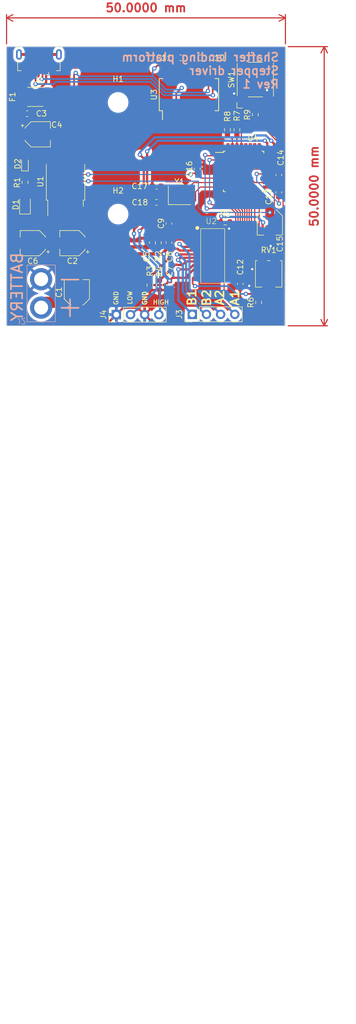
<source format=kicad_pcb>
(kicad_pcb (version 20221018) (generator pcbnew)
  (layers (0 "F.Cu" signal) (31 "B.Cu" signal) (34 "B.Paste" user) (35 "F.Paste" user) (36 "B.SilkS" user "B.Silkscreen") (37 "F.SilkS" user "F.Silkscreen") (38 "B.Mask" user) (39 "F.Mask" user) (44 "Edge.Cuts" user))
  (net 0 "")
  (net 1 "Net-(U3-3V3OUT)")
  (net 2 "Net-(U3-~{RESET})")
  (net 3 "Earth")
  (net 4 "+5V")
  (net 5 "Net-(U4-AREF)")
  (net 6 "Net-(U4-XTAL1{slash}PB6)")
  (net 7 "Net-(U4-XTAL2{slash}PB7)")
  (net 8 "Net-(U4-PD0)")
  (net 9 "Net-(U4-PD1)")
  (net 23 "RESET")
  (net 24 "+BATT")
  (net 25 "RX")
  (net 26 "TX")
  (net 30 "Low_Limit")
  (net 31 "D+")
  (net 32 "D-")
  (net 33 "High_Limit")
  (net 39 "Net-(D2-A)")
  (net 40 "Net-(D1-A)")
  (net 41 "B2")
  (net 42 "B1")
  (net 43 "A2")
  (net 44 "A1")
  (net 45 "Net-(U2-VCP)")
  (net 46 "Net-(U2-CP1)")
  (net 47 "Net-(U2-CP2)")
  (net 48 "+3.3V")
  (net 49 "Net-(J1-VBUS)")
  (net 50 "Net-(U2-ISENA)")
  (net 51 "Net-(U2-ISENB)")
  (net 52 "nHOME")
  (net 53 "nFAULT")
  (net 54 "Net-(U2-AVREF)")
  (net 55 "nRESET")
  (net 56 "nSLEEP")
  (net 57 "DECAY")
  (net 58 "DIR")
  (net 59 "nENBL")
  (net 60 "STEP")
  (net 62 "MODE0")
  (net 63 "MODE1")
  (net 64 "MODE2")
  (net 66 "unconnected-(J1-Shield-Pad6)")
  (footprint "Resistor_SMD:R_0603_1608Metric" (layer "F.Cu") (at 25.7125 42.725 -90)
    (fp_text reference "R3")
    (fp_text value "R")
  )
  (footprint "Package_SO:SSOP-28_5.3x10.2mm_P0.65mm" (layer "F.Cu") (at 32.7 8.6 90)
    (fp_text reference "U3")
    (fp_text value "FT232RL")
  )
  (footprint "Resistor_SMD:R_0603_1608Metric" (layer "F.Cu") (at 44.6 12.2 90)
    (fp_text reference "R9")
    (fp_text value "10k")
  )
  (footprint "Capacitor_SMD:C_0603_1608Metric" (layer "F.Cu") (at 26.875 27.9 180)
    (fp_text reference "C18")
    (fp_text value "22pF")
  )
  (footprint "Capacitor_SMD:C_0603_1608Metric" (layer "F.Cu") (at 41.9 42.496751 -90)
    (fp_text reference "C12")
    (fp_text value "470nF")
  )
  (footprint "Connector_PinHeader_2.54mm:PinHeader_1x04_P2.54mm_Vertical" (layer "F.Cu") (at 33.3 47.95 90)
    (fp_text reference "J3")
    (fp_text value "Conn_01x04")
  )
  (footprint "Resistor_SMD:R_0603_1608Metric" (layer "F.Cu") (at 3.3 24.3 -90)
    (fp_text reference "R1")
    (fp_text value "1k")
  )
  (footprint "Capacitor_SMD:C_0603_1608Metric" (layer "F.Cu") (at 34.2 21.9 90)
    (fp_text reference "C16")
    (fp_text value "1uF")
  )
  (footprint "Capacitor_SMD:C_0603_1608Metric" (layer "F.Cu") (at 48.8 26.1 90)
    (fp_text reference "C13")
    (fp_text value "100nF")
  )
  (footprint "Package_TO_SOT_SMD:TO-252-3_TabPin2" (layer "F.Cu") (at 10.575 24.185 90)
    (fp_text reference "U1")
    (fp_text value "LM1117DT-5.0")
  )
  (footprint "Resistor_SMD:R_0603_1608Metric" (layer "F.Cu") (at 27.4125 42.725 90)
    (fp_text reference "R4")
    (fp_text value "R")
  )
  (footprint "Capacitor_SMD:C_0603_1608Metric" (layer "F.Cu") (at 31.2 2)
    (fp_text reference "C11")
    (fp_text value "100nF")
  )
  (footprint "Capacitor_SMD:CP_Elec_4x4.5" (layer "F.Cu") (at 11.8 35.2 180)
    (fp_text reference "C2")
    (fp_text value "10uF")
  )
  (footprint "Resistor_SMD:R_0603_1608Metric" (layer "F.Cu") (at 39.2 31.4)
    (fp_text reference "R5")
    (fp_text value "10k")
  )
  (footprint "LED_SMD:LED_0805_2012Metric" (layer "F.Cu") (at 3.3 28.3 90)
    (fp_text reference "D1")
    (fp_text value "LED")
  )
  (footprint "Resistor_SMD:R_0603_1608Metric" (layer "F.Cu") (at 39.6 14.875 90)
    (fp_text reference "R8")
    (fp_text value "1k")
  )
  (footprint "Capacitor_SMD:C_0603_1608Metric" (layer "F.Cu") (at 34.7 2)
    (fp_text reference "C10")
    (fp_text value "100nF")
  )
  (footprint "Connector_PinHeader_2.54mm:PinHeader_1x04_P2.54mm_Vertical" (layer "F.Cu") (at 19.68 48 90)
    (fp_text reference "J4")
    (fp_text value "Conn_01x04")
  )
  (footprint "Capacitor_SMD:C_0603_1608Metric" (layer "F.Cu") (at 25.1125 35.1 90)
    (fp_text reference "C5")
    (fp_text value "100nF")
  )
  (footprint "Capacitor_SMD:C_0603_1608Metric" (layer "F.Cu") (at 29.1125 31.7 -90)
    (fp_text reference "C9")
    (fp_text value "10nF")
  )
  (footprint "Capacitor_SMD:CP_Elec_4x4.5" (layer "F.Cu") (at 5.6 15.7)
    (fp_text reference "C4")
    (fp_text value "4.7uF")
  )
  (footprint "Fuse:Fuse_1812_4532Metric" (layer "F.Cu") (at 5.1375 9)
    (fp_text reference "F1")
    (fp_text value "MF-MSMF050-2")
  )
  (footprint "Capacitor_SMD:C_0603_1608Metric" (layer "F.Cu") (at 29.2125 42.7 -90)
    (fp_text reference "C7")
    (fp_text value "100nF")
  )
  (footprint "Resistor_SMD:R_0603_1608Metric" (layer "F.Cu") (at 45.2 45.825 90)
    (fp_text reference "R6")
    (fp_text value "10k")
  )
  (footprint "Crystal:Crystal_SMD_3225-4Pin_3.2x2.5mm" (layer "F.Cu") (at 31 26.65)
    (fp_text reference "Y1")
    (fp_text value "16MHz")
  )
  (footprint "Button_Switch_SMD:SW_SPST_Omron_B3FS-100xP" (layer "F.Cu") (at 44.6 5.9 90)
    (fp_text reference "SW1")
    (fp_text value "SW_Push")
  )
  (footprint "MountingHole:MountingHole_3.2mm_M3" (layer "F.Cu") (at 20 10)
    (fp_text reference "H1")
    (fp_text value "MountingHole" hide)
  )
  (footprint "Capacitor_SMD:CP_Elec_4x4.5" (layer "F.Cu") (at 47.2 31.5 -90)
    (fp_text reference "C15")
    (fp_text value "4.7uF")
  )
  (footprint "MountingHole:MountingHole_3.2mm_M3" (layer "F.Cu") (at 20 30)
    (fp_text reference "H2")
    (fp_text value "MountingHole")
  )
  (footprint "Connector_USB:USB_Micro-B_GCT_USB3076-30-A" (layer "F.Cu") (at 5.8 2.6 180)
    (fp_text reference "J1")
    (fp_text value "USB_B_Micro")
  )
  (footprint "Capacitor_SMD:CP_Elec_4x4.5" (layer "F.Cu") (at 12.6 44 90)
    (fp_text reference "C1")
    (fp_text value "100uF")
  )
  (footprint "Package_QFP:TQFP-32_7x7mm_P0.8mm" (layer "F.Cu") (at 42.5 22.35)
    (fp_text reference "U4")
    (fp_text value "ATmega328P-A")
  )
  (footprint "Diode_SMD:D_SOD-523" (layer "F.Cu") (at 3.3 21 90)
    (fp_text reference "D2")
    (fp_text value "RB520SM")
  )
  (footprint "drv8825:DRV8825" (layer "F.Cu") (at 36.9 37.496751)
    (fp_text reference "U2")
    (fp_text value "DRV8825")
  )
  (footprint "Resistor_SMD:R_0603_1608Metric" (layer "F.Cu") (at 41.3 14.9 90)
    (fp_text reference "R7")
    (fp_text value "1k")
  )
  (footprint "Potentiometer_SMD:Potentiometer_Bourns_3314J_Vertical" (layer "F.Cu") (at 47 40.7)
    (fp_text reference "RV1")
    (fp_text value "10k")
  )
  (footprint "Capacitor_SMD:C_0603_1608Metric" (layer "F.Cu") (at 3.675 12)
    (fp_text reference "C3")
    (fp_text value "100nF")
  )
  (footprint "Capacitor_SMD:C_0603_1608Metric" (layer "F.Cu") (at 48.8 22.975 90)
    (fp_text reference "C14")
    (fp_text value "1uF")
  )
  (footprint "Capacitor_SMD:C_0603_1608Metric" (layer "F.Cu") (at 26.9 25 180)
    (fp_text reference "C17")
    (fp_text value "22pF")
  )
  (footprint "Resistor_SMD:R_0603_1608Metric" (layer "F.Cu") (at 27.2125 35.125 -90)
    (fp_text reference "R2")
    (fp_text value "1M")
  )
  (footprint "Capacitor_SMD:CP_Elec_4x4.5" (layer "F.Cu") (at 4.7 35.2 180)
    (fp_text reference "C6")
    (fp_text value "10uF")
  )
  (footprint "Capacitor_SMD:C_0603_1608Metric" (layer "F.Cu") (at 29.1125 35.1 -90)
    (fp_text reference "C8")
    (fp_text value "100nF")
  )
  (footprint "Battery_holes:Battery holes" (layer "B.Cu") (at 6.2 44.2)
    (fp_text reference "J2")
    (fp_text value "Conn_01x02")
  )
  (gr_rect (start 0 0) (end 50 50) (stroke (width 0.1)) (fill none) (layer "Edge.Cuts"))
  (gr_text "Shafter landing platform\nStepper driver\nRev 1" (at 49 7.6) (layer "B.SilkS") (effects (font (size 1.5 1.5) (thickness 0.3) bold) (justify left bottom mirror)))
  (gr_text "GND" (at 25.25 46.4 90) (layer "F.SilkS") (effects (font (size 0.8 0.8) (thickness 0.2) bold) (justify left bottom)))
  (gr_text "A1" (at 41.8 46.55 90) (layer "F.SilkS") (effects (font (size 1.5 1.5) (thickness 0.3) bold) (justify left bottom)))
  (gr_text "LOW" (at 22.6 46.25 90) (layer "F.SilkS") (effects (font (size 0.8 0.8) (thickness 0.15) bold) (justify left bottom)))
  (gr_text "B2" (at 36.75 46.65 90) (layer "F.SilkS") (effects (font (size 1.5 1.5) (thickness 0.3) bold) (justify left bottom)))
  (gr_text "GND" (at 20.1 46.35 90) (layer "F.SilkS") (effects (font (size 0.8 0.8) (thickness 0.15) bold) (justify left bottom)))
  (gr_text "B1" (at 34.1 46.6 90) (layer "F.SilkS") (effects (font (size 1.5 1.5) (thickness 0.3) bold) (justify left bottom)))
  (gr_text "HIGH" (at 26.15 46.25) (layer "F.SilkS") (effects (font (size 0.8 0.8) (thickness 0.15) bold) (justify left bottom)))
  (gr_text "A2" (at 39.1 46.5 90) (layer "F.SilkS") (effects (font (size 1.5 1.5) (thickness 0.3) bold) (justify left bottom)))
  (dimension (type aligned) (layer "F.Cu") (pts (xy 50 0) (xy 50 50)) (height -6.95) (gr_text "50,0000 mm" (at 55.15 25 90) (layer "F.Cu") (effects (font (size 1.5 1.5) (thickness 0.3)))) (format (prefix "") (suffix "") (units 3) (units_format 1) (precision 4)) (style (thickness 0.2) (arrow_length 1.27) (text_position_mode 0) (extension_height 0.58642) (extension_offset 0.5) keep_text_aligned))
  (dimension (type aligned) (layer "F.Cu") (pts (xy 50 0) (xy 0 0)) (height 5.149999) (gr_text "50,0000 mm" (at 25 -6.949999) (layer "F.Cu") (effects (font (size 1.5 1.5) (thickness 0.3)))) (format (prefix "") (suffix "") (units 3) (units_format 1) (precision 4)) (style (thickness 0.2) (arrow_length 1.27) (text_position_mode 0) (extension_height 0.58642) (extension_offset 0.5) keep_text_aligned))
  (segment (start 35.625 2.175) (end 35.625 5) (width 0.3) (layer "F.Cu") (net 1))
  (segment (start 32.6 2) (end 34.325 3.725) (width 0.3) (layer "F.Cu") (net 2))
  (segment (start 31.975 2) (end 32.6 2) (width 0.3) (layer "F.Cu") (net 2))
  (segment (start 34.325 3.725) (end 34.325 5) (width 0.3) (layer "F.Cu") (net 2))
  (segment (start 48.8 25.325) (end 49.575 26.1) (width 0.2) (layer "F.Cu") (net 3))
  (segment (start 37 22.5) (end 37.25 22.75) (width 0.2) (layer "F.Cu") (net 3))
  (segment (start 43.523528 49.65) (end 49.25 43.923528) (width 0.4) (layer "F.Cu") (net 3))
  (segment (start 49.575 30.925) (end 47.2 33.3) (width 0.2) (layer "F.Cu") (net 3))
  (segment (start 34.253249 43.696751) (end 29.434251 43.696751) (width 0.4) (layer "F.Cu") (net 3))
  (segment (start 48.8 22.2) (end 49.55 21.45) (width 0.2) (layer "F.Cu") (net 3))
  (segment (start 34.925 6.225) (end 34.975 6.175) (width 0.3) (layer "F.Cu") (net 3))
  (segment (start 33.675 30.325) (end 32.45 29.1) (width 0.4) (layer "F.Cu") (net 3))
  (segment (start 3.05 48) (end 4.55 49.5) (width 0.4) (layer "F.Cu") (net 3))
  (segment (start 32 27.5) (end 30.3 25.8) (width 0.2) (layer "F.Cu") (net 3))
  (segment (start 32.375 8.1) (end 33.025 7.45) (width 0.3) (layer "F.Cu") (net 3))
  (segment (start 34.975 6.175) (end 34.975 5) (width 0.3) (layer "F.Cu") (net 3))
  (segment (start 3.05 44.81) (end 3.05 48) (width 0.4) (layer "F.Cu") (net 3))
  (segment (start 34.975 5) (end 34.975 7.886161) (width 0.3) (layer "F.Cu") (net 3))
  (segment (start 33.025 6.175) (end 33.075 6.225) (width 0.3) (layer "F.Cu") (net 3))
  (segment (start 30.3 25.8) (end 29.9 25.8) (width 0.2) (layer "F.Cu") (net 3))
  (segment (start 38.25 21.15) (end 37.25 21.15) (width 0.2) (layer "F.Cu") (net 3))
  (segment (start 4.5 4.55) (end 3.45 5.6) (width 0.3) (layer "F.Cu") (net 3))
  (segment (start 30.475 6.225) (end 32.975 6.225) (width 0.3) (layer "F.Cu") (net 3))
  (segment (start 3.45 5.6) (end 2.1 5.6) (width 0.3) (layer "F.Cu") (net 3))
  (segment (start 32.1 27.5) (end 32 27.5) (width 0.2) (layer "F.Cu") (net 3))
  (segment (start 4.55 49.5) (end 18.18 49.5) (width 0.4) (layer "F.Cu") (net 3))
  (segment (start 37.25 22.75) (end 38.25 22.75) (width 0.2) (layer "F.Cu") (net 3))
  (segment (start 49.25 37.35) (end 47.6 35.7) (width 0.4) (layer "F.Cu") (net 3))
  (segment (start 47.35 35.7) (end 47.35 33.45) (width 0.4) (layer "F.Cu") (net 3))
  (segment (start 32.45 29.1) (end 27.3 29.1) (width 0.4) (layer "F.Cu") (net 3))
  (segment (start 32.375 12.2) (end 32.375 8.1) (width 0.3) (layer "F.Cu") (net 3))
  (segment (start 30.425 6.175) (end 30.475 6.225) (width 0.3) (layer "F.Cu") (net 3))
  (segment (start 49.575 26.1) (end 49.575 30.925) (width 0.2) (layer "F.Cu") (net 3))
  (segment (start 43.5 42.85) (end 42.321751 42.85) (width 0.2) (layer "F.Cu") (net 3))
  (segment (start 11.7 3.75) (end 11.15 4.3) (width 0.4) (layer "F.Cu") (net 3))
  (segment (start 38.371751 33.271751) (end 36.55 31.45) (width 0.4) (layer "F.Cu") (net 3))
  (segment (start 27.3 29.1) (end 26.1 27.9) (width 0.4) (layer "F.Cu") (net 3))
  (segment (start 29.775 6.25) (end 29.75 6.275) (width 0.4) (layer "F.Cu") (net 3))
  (segment (start 49.55 21.45) (end 49.55 11.95) (width 0.2) (layer "F.Cu") (net 3))
  (segment (start 11.15 4.3) (end 11.15 11.95) (width 0.4) (layer "F.Cu") (net 3))
  (segment (start 29.75 6.275) (end 16.375 6.275) (width 0.4) (layer "F.Cu") (net 3))
  (segment (start 36.538839 9.45) (end 39.75 9.45) (width 0.3) (layer "F.Cu") (net 3))
  (segment (start 49.55 11.95) (end 47.5 9.9) (width 0.2) (layer "F.Cu") (net 3))
  (segment (start 16.375 6.275) (end 13.85 3.75) (width 0.4) (layer "F.Cu") (net 3))
  (segment (start 42.321751 42.85) (end 41.9 43.271751) (width 0.2) (layer "F.Cu") (net 3))
  (segment (start 39.8 32.7) (end 39.9 32.6) (width 0.4) (layer "F.Cu") (net 3))
  (segment (start 49.575 24.55) (end 49.575 22.975) (width 0.2) (layer "F.Cu") (net 3))
  (segment (start 2.1 5.6) (end 1.5 6.2) (width 0.3) (layer "F.Cu") (net 3))
  (segment (start 34.975 7.886161) (end 36.538839 9.45) (width 0.3) (layer "F.Cu") (net 3))
  (segment (start 34.975 3.05) (end 33.925 2) (width 0.3) (layer "F.Cu") (net 3))
  (segment (start 37.25 21.15) (end 37 21.4) (width 0.2) (layer "F.Cu") (net 3))
  (segment (start 36.55 31.45) (end 36.55 30.75) (width 0.4) (layer "F.Cu") (net 3))
  (segment (start 29.434251 43.696751) (end 29.2125 43.475) (width 0.4) (layer "F.Cu") (net 3))
  (segment (start 11.15 11.95) (end 7.4 15.7) (width 0.4) (layer "F.Cu") (net 3))
  (segment (start 29.775 5) (end 29.775 6.25) (width 0.4) (layer "F.Cu") (net 3))
  (segment (start 20.93 46.75) (end 23.51 46.75) (width 0.4) (layer "F.Cu") (net 3))
  (segment (start 45.85 38.7) (end 45.2 38.7) (width 0.2) (layer "F.Cu") (net 3))
  (segment (start 48.8 22.2) (end 48.85 22.15) (width 0.2) (layer "F.Cu") (net 3))
  (segment (start 47.6 35.7) (end 47.35 35.7) (width 0.4) (layer "F.Cu") (net 3))
  (segment (start 24.76 48) (end 25.7125 47.0475) (width 0.4) (layer "F.Cu") (net 3))
  (segment (start 48.85 22.15) (end 48.85 3.9) (width 0.2) (layer "F.Cu") (net 3))
  (segment (start 26.41 49.65) (end 43.523528 49.65) (width 0.4) (layer "F.Cu") (net 3))
  (segment (start 46.7 9.75) (end 46.85 9.9) (width 0.3) (layer "F.Cu") (net 3))
  (segment (start 24.76 48) (end 26.41 49.65) (width 0.4) (layer "F.Cu") (net 3))
  (segment (start 13.85 3.75) (end 11.7 3.75) (width 0.4) (layer "F.Cu") (net 3))
  (segment (start 47.35 33.45) (end 47.2 33.3) (width 0.4) (layer "F.Cu") (net 3))
  (segment (start 34.6 42.121751) (end 34.6 43.35) (width 0.4) (layer "F.Cu") (net 3))
  (segment (start 34.6 43.35) (end 34.253249 43.696751) (width 0.4) (layer "F.Cu") (net 3))
  (segment (start 4.5 4.05) (end 4.5 4.55) (width 0.3) (layer "F.Cu") (net 3))
  (segment (start 45.2 38.7) (end 44.05 39.85) (width 0.2) (layer "F.Cu") (net 3))
  (segment (start 33.075 6.225) (end 34.925 6.225) (width 0.3) (layer "F.Cu") (net 3))
  (segment (start 48.85 3.9) (end 46.85 1.9) (width 0.2) (layer "F.Cu") (net 3))
  (segment (start 47.5 9.9) (end 46.85 9.9) (width 0.2) (layer "F.Cu") (net 3))
  (segment (start 18.18 49.5) (end 20.93 46.75) (width 0.4) (layer "F.Cu") (net 3))
  (segment (start 34.975 5) (end 34.975 3.05) (width 0.3) (layer "F.Cu") (net 3))
  (segment (start 39.125 21.15) (end 38.25 21.15) (width 0.2) (layer "F.Cu") (net 3))
  (segment (start 1.5 27.4375) (end 3.3 29.2375) (width 0.3) (layer "F.Cu") (net 3))
  (segment (start 39.75 9.45) (end 40.8 8.4) (width 0.3) (layer "F.Cu") (net 3))
  (segment (start 36.125 30.325) (end 33.675 30.325) (width 0.4) (layer "F.Cu") (net 3))
  (segment (start 49.25 43.923528) (end 49.25 37.35) (width 0.4) (layer "F.Cu") (net 3))
  (segment (start 46.75 21.95) (end 39.925 21.95) (width 0.2) (layer "F.Cu") (net 3))
  (segment (start 25.7125 47.0475) (end 25.7125 43.55) (width 0.4) (layer "F.Cu") (net 3))
  (segment (start 48.8 25.325) (end 49.575 24.55) (width 0.2) (layer "F.Cu") (net 3))
  (segment (start 46.7 7.8) (end 46.7 9.75) (width 0.3) (layer "F.Cu") (net 3))
  (segment (start 33.025 5) (end 33.025 6.175) (width 0.3) (layer "F.Cu") (net 3))
  (segment (start 32.975 6.225) (end 33.025 6.175) (width 0.3) (layer "F.Cu") (net 3))
  (segment (start 1.5 6.2) (end 1.5 27.4375) (width 0.3) (layer "F.Cu") (net 3))
  (segment (start 37 21.4) (end 37 22.5) (width 0.2) (layer "F.Cu") (net 3))
  (segment (start 34.2 41.721751) (end 34.6 42.121751) (width 0.4) (layer "F.Cu") (net 3))
  (segment (start 39.925 21.95) (end 39.125 21.15) (width 0.2) (layer "F.Cu") (net 3))
  (segment (start 49.575 22.975) (end 48.8 22.2) (width 0.2) (layer "F.Cu") (net 3))
  (segment (start 30.425 5) (end 30.425 6.175) (width 0.3) (layer "F.Cu") (net 3))
  (segment (start 23.51 46.75) (end 24.76 48) (width 0.4) (layer "F.Cu") (net 3))
  (segment (start 39.8 33.271751) (end 39.8 32.7) (width 0.4) (layer "F.Cu") (net 3))
  (segment (start 33.025 7.45) (end 33.025 5) (width 0.3) (layer "F.Cu") (net 3))
  (segment (start 39.8 33.271751) (end 38.371751 33.271751) (width 0.4) (layer "F.Cu") (net 3))
  (segment (start 6.2 41.66) (end 3.05 44.81) (width 0.4) (layer "F.Cu") (net 3))
  (segment (start 36.55 30.75) (end 36.125 30.325) (width 0.4) (layer "F.Cu") (net 3))
  (via (at 44.05 39.85) (size 0.8) (drill 0.4) (layers "F.Cu" "B.Cu") (net 3))
  (via (at 40.8 8.4) (size 0.8) (drill 0.4) (layers "F.Cu" "B.Cu") (net 3))
  (via (at 46.7 7.8) (size 0.8) (drill 0.4) (layers "F.Cu" "B.Cu") (net 3))
  (via (at 39.9 32.6) (size 0.8) (drill 0.4) (layers "F.Cu" "B.Cu") (net 3))
  (via (at 47.35 35.7) (size 0.8) (drill 0.4) (layers "F.Cu" "B.Cu") (net 3))
  (via (at 43.5 42.85) (size 0.8) (drill 0.4) (layers "F.Cu" "B.Cu") (net 3))
  (segment (start 44.25 32.6) (end 47.35 35.7) (width 0.4) (layer "B.Cu") (net 3))
  (segment (start 43.5 40.4) (end 43.5 42.85) (width 0.2) (layer "B.Cu") (net 3))
  (segment (start 46.1 8.4) (end 46.7 7.8) (width 0.3) (layer "B.Cu") (net 3))
  (segment (start 44.05 39.85) (end 43.5 40.4) (width 0.2) (layer "B.Cu") (net 3))
  (segment (start 39.9 32.6) (end 44.25 32.6) (width 0.4) (layer "B.Cu") (net 3))
  (segment (start 40.8 8.4) (end 46.1 8.4) (width 0.3) (layer "B.Cu") (net 3))
  (segment (start 30.507538 0.7) (end 29 2.207538) (width 0.2) (layer "F.Cu") (net 4))
  (segment (start 33.675 3.825) (end 33.675 5) (width 0.3) (layer "F.Cu") (net 4))
  (segment (start 26.5 3.9) (end 27 3.4) (width 0.3) (layer "F.Cu") (net 4))
  (segment (start 8.6 21.7) (end 3.3 21.7) (width 1) (layer "F.Cu") (net 4))
  (segment (start 27 3.4) (end 29 3.4) (width 0.3) (layer "F.Cu") (net 4))
  (segment (start 46.75 24.35) (end 44.5 24.35) (width 0.2) (layer "F.Cu") (net 4))
  (segment (start 29 2.207538) (end 29 3.4) (width 0.2) (layer "F.Cu") (net 4))
  (segment (start 10.575 29.225) (end 10.575 26.125) (width 1) (layer "F.Cu") (net 4))
  (segment (start 48.025 20.875) (end 48.025 24.075) (width 0.2) (layer "F.Cu") (net 4))
  (segment (start 45.375 2.375) (end 43.7 0.7) (width 0.2) (layer "F.Cu") (net 4))
  (segment (start 9.05 21.25) (end 8.6 21.7) (width 1) (layer "F.Cu") (net 4))
  (segment (start 39.25 23.55) (end 39.35 23.45) (width 0.2) (layer "F.Cu") (net 4))
  (segment (start 10.575 31.125) (end 6.5 35.2) (width 1) (layer "F.Cu") (net 4))
  (segment (start 47.75 24.35) (end 48 24.6) (width 0.2) (layer "F.Cu") (net 4))
  (segment (start 43.7 23.55) (end 38.25 23.55) (width 0.2) (layer "F.Cu") (net 4))
  (segment (start 13.8 22.9) (end 12.1 24.6) (width 0.2) (layer "F.Cu") (net 4))
  (segment (start 48.8 23.75) (end 48.2 24.35) (width 0.2) (layer "F.Cu") (net 4))
  (segment (start 14.65 22.9) (end 13.8 22.9) (width 0.2) (layer "F.Cu") (net 4))
  (segment (start 48 24.6) (end 48 28.9) (width 0.2) (layer "F.Cu") (net 4))
  (segment (start 33.225 22.675) (end 33 22.9) (width 0.2) (layer "F.Cu") (net 4))
  (segment (start 44.6 13.025) (end 48.45 16.875) (width 0.2) (layer "F.Cu") (net 4))
  (segment (start 39.25 21.95) (end 38.25 21.95) (width 0.2) (layer "F.Cu") (net 4))
  (segment (start 11.75 24.1) (end 10.575 22.925) (width 0.2) (layer "F.Cu") (net 4))
  (segment (start 48.45 20.45) (end 48.025 20.875) (width 0.2) (layer "F.Cu") (net 4))
  (segment (start 39.35 23.45) (end 39.35 22.05) (width 0.2) (layer "F.Cu") (net 4))
  (segment (start 44.5 24.35) (end 43.7 23.55) (width 0.2) (layer "F.Cu") (net 4))
  (segment (start 38.25 23.55) (end 39.25 23.55) (width 0.2) (layer "F.Cu") (net 4))
  (segment (start 12.1 21.25) (end 12.1 5) (width 0.3) (layer "F.Cu") (net 4))
  (segment (start 12.1 5) (end 12.4 4.7) (width 0.3) (layer "F.Cu") (net 4))
  (segment (start 48 28.9) (end 47.2 29.7) (width 0.2) (layer "F.Cu") (net 4))
  (segment (start 35.075 23.55) (end 34.2 22.675) (width 0.2) (layer "F.Cu") (net 4))
  (segment (start 3.3 21.7) (end 3.3 23.475) (width 1) (layer "F.Cu") (net 4))
  (segment (start 10.575 29.225) (end 10.575 31.125) (width 1) (layer "F.Cu") (net 4))
  (segment (start 45.375 12.25) (end 45.375 2.375) (width 0.2) (layer "F.Cu") (net 4))
  (segment (start 10.575 26.125) (end 12.1 24.6) (width 1) (layer "F.Cu") (net 4))
  (segment (start 31.4 7.4) (end 30.425 8.375) (width 0.3) (layer "F.Cu") (net 4))
  (segment (start 38.25 23.55) (end 35.075 23.55) (width 0.2) (layer "F.Cu") (net 4))
  (segment (start 44.6 13.025) (end 45.375 12.25) (width 0.2) (layer "F.Cu") (net 4))
  (segment (start 47.75 24.35) (end 46.75 24.35) (width 0.2) (layer "F.Cu") (net 4))
  (segment (start 29 3.4) (end 33.25 3.4) (width 0.3) (layer "F.Cu") (net 4))
  (segment (start 43.7 0.7) (end 30.507538 0.7) (width 0.2) (layer "F.Cu") (net 4))
  (segment (start 48.025 24.075) (end 47.75 24.35) (width 0.2) (layer "F.Cu") (net 4))
  (segment (start 33.25 3.4) (end 33.675 3.825) (width 0.3) (layer "F.Cu") (net 4))
  (segment (start 48.2 24.35) (end 46.75 24.35) (width 0.2) (layer "F.Cu") (net 4))
  (segment (start 30.425 8.375) (end 30.425 12.2) (width 0.3) (layer "F.Cu") (net 4))
  (segment (start 14.65 24.1) (end 11.75 24.1) (width 0.2) (layer "F.Cu") (net 4))
  (segment (start 34.2 22.675) (end 33.225 22.675) (width 0.2) (layer "F.Cu") (net 4))
  (segment (start 48.45 16.875) (end 48.45 20.45) (width 0.2) (layer "F.Cu") (net 4))
  (segment (start 39.35 22.05) (end 39.25 21.95) (width 0.2) (layer "F.Cu") (net 4))
  (via (at 14.65 24.1) (size 0.8) (drill 0.4) (layers "F.Cu" "B.Cu") (net 4))
  (via (at 14.65 22.9) (size 0.8) (drill 0.4) (layers "F.Cu" "B.Cu") (net 4))
  (via (at 33 22.9) (size 0.8) (drill 0.4) (layers "F.Cu" "B.Cu") (net 4))
  (via (at 47.2 29.7) (size 0.8) (drill 0.4) (layers "F.Cu" "B.Cu") (net 4))
  (via (at 26.5 3.9) (size 0.8) (drill 0.4) (layers "F.Cu" "B.Cu") (net 4))
  (via (at 12.4 4.7) (size 0.8) (drill 0.4) (layers "F.Cu" "B.Cu") (net 4))
  (via (at 31.4 7.4) (size 0.8) (drill 0.4) (layers "F.Cu" "B.Cu") (net 4))
  (segment (start 28.607106 7.7) (end 30.6 7.7) (width 0.3) (layer "B.Cu") (net 4))
  (segment (start 30.6 7.7) (end 31.1 7.7) (width 0.3) (layer "B.Cu") (net 4))
  (segment (start 14.65 24.1) (end 34.4 24.1) (width 0.2) (layer "B.Cu") (net 4))
  (segment (start 14.65 22.9) (end 33 22.9) (width 0.2) (layer "B.Cu") (net 4))
  (segment (start 15.1 5.3) (end 25.2 5.3) (width 0.3) (layer "B.Cu") (net 4))
  (segment (start 34.4 28.8) (end 35.3 29.7) (width 0.2) (layer "B.Cu") (net 4))
  (segment (start 27.753553 6.846447) (end 28.607106 7.7) (width 0.3) (layer "B.Cu") (net 4))
  (segment (start 25.2 5.3) (end 26.1 5.3) (width 0.3) (layer "B.Cu") (net 4))
  (segment (start 31.1 7.7) (end 31.4 7.4) (width 0.3) (layer "B.Cu") (net 4))
  (segment (start 26.207106 4.192894) (end 26.5 3.9) (width 0.3) (layer "B.Cu") (net 4))
  (segment (start 26.207106 5.3) (end 26.207106 4.192894) (width 0.3) (layer "B.Cu") (net 4))
  (segment (start 35.3 29.7) (end 47.2 29.7) (width 0.2) (layer "B.Cu") (net 4))
  (segment (start 34.4 24.1) (end 34.4 28.8) (width 0.2) (layer "B.Cu") (net 4))
  (segment (start 26.1 5.3) (end 26.207106 5.3) (width 0.3) (layer "B.Cu") (net 4))
  (segment (start 26.207106 5.3) (end 27.753553 6.846447) (width 0.3) (layer "B.Cu") (net 4))
  (segment (start 13 5.3) (end 15.1 5.3) (width 0.3) (layer "B.Cu") (net 4))
  (segment (start 12.4 4.7) (end 13 5.3) (width 0.3) (layer "B.Cu") (net 4))
  (segment (start 46.7 22.8) (end 46.75 22.75) (width 0.2) (layer "F.Cu") (net 5))
  (segment (start 48.8 28.05) (end 48.85 28.1) (width 0.2) (layer "F.Cu") (net 5))
  (segment (start 44.85 22.8) (end 46.7 22.8) (width 0.2) (layer "F.Cu") (net 5))
  (segment (start 48.8 26.875) (end 48.8 28.05) (width 0.2) (layer "F.Cu") (net 5))
  (via (at 44.85 22.8) (size 0.8) (drill 0.4) (layers "F.Cu" "B.Cu") (net 5))
  (via (at 48.85 28.1) (size 0.8) (drill 0.4) (layers "F.Cu" "B.Cu") (net 5))
  (segment (start 44.85 24.1) (end 44.85 22.8) (width 0.2) (layer "B.Cu") (net 5))
  (segment (start 48.85 28.1) (end 44.85 24.1) (width 0.2) (layer "B.Cu") (net 5))
  (segment (start 27.675 25) (end 27.775 24.9) (width 0.2) (layer "F.Cu") (net 6))
  (segment (start 31.2 24.9) (end 32.1 25.8) (width 0.2) (layer "F.Cu") (net 6))
  (segment (start 32.1 25.8) (end 33.55 24.35) (width 0.2) (layer "F.Cu") (net 6))
  (segment (start 27.775 24.9) (end 31.2 24.9) (width 0.2) (layer "F.Cu") (net 6))
  (segment (start 33.55 24.35) (end 38.25 24.35) (width 0.2) (layer "F.Cu") (net 6))
  (segment (start 32.9 28.6) (end 31 28.6) (width 0.2) (layer "F.Cu") (net 7))
  (segment (start 38.25 25.15) (end 34.75 25.15) (width 0.2) (layer "F.Cu") (net 7))
  (segment (start 33.9 27.6) (end 32.9 28.6) (width 0.2) (layer "F.Cu") (net 7))
  (segment (start 29.5 27.9) (end 29.9 27.5) (width 0.2) (layer "F.Cu") (net 7))
  (segment (start 31 28.6) (end 29.9 27.5) (width 0.2) (layer "F.Cu") (net 7))
  (segment (start 34.75 25.15) (end 33.9 26) (width 0.2) (layer "F.Cu") (net 7))
  (segment (start 27.65 27.9) (end 29.5 27.9) (width 0.2) (layer "F.Cu") (net 7))
  (segment (start 33.9 26) (end 33.9 27.6) (width 0.2) (layer "F.Cu") (net 7))
  (segment (start 41.3 18.1) (end 41.3 15.725) (width 0.2) (layer "F.Cu") (net 8))
  (segment (start 40.5 16.6) (end 39.6 15.7) (width 0.2) (layer "F.Cu") (net 9))
  (segment (start 40.5 18.1) (end 40.5 16.6) (width 0.2) (layer "F.Cu") (net 9))
  (segment (start 42.35 9.9) (end 43.125 9.9) (width 0.2) (layer "F.Cu") (net 23))
  (segment (start 44.6 11.375) (end 42.1 13.875) (width 0.2) (layer "F.Cu") (net 23))
  (segment (start 31.2 1.225) (end 30.425 2) (width 0.2) (layer "F.Cu") (net 23))
  (segment (start 42.1 13.875) (end 42.1 18.1) (width 0.2) (layer "F.Cu") (net 23))
  (segment (start 43.125 9.9) (end 44.6 11.375) (width 0.2) (layer "F.Cu") (net 23))
  (segment (start 42.35 1.9) (end 41.675 1.225) (width 0.2) (layer "F.Cu") (net 23))
  (segment (start 41.675 1.225) (end 31.2 1.225) (width 0.2) (layer "F.Cu") (net 23))
  (segment (start 42.35 1.9) (end 42.35 9.9) (width 0.2) (layer "F.Cu") (net 23))
  (segment (start 34.2 35.221751) (end 32.171751 35.221751) (width 0.4) (layer "F.Cu") (net 24))
  (segment (start 13.6 35.2) (end 15.4 37) (width 2) (layer "F.Cu") (net 24))
  (segment (start 32.55 40.9) (end 32.55 41.4) (width 0.4) (layer "F.Cu") (net 24))
  (segment (start 32.171751 35.221751) (end 31.5 34.55) (width 0.4) (layer "F.Cu") (net 24))
  (segment (start 32.55 41.4) (end 29.7375 41.4) (width 0.4) (layer "F.Cu") (net 24))
  (segment (start 7.14 45.8) (end 6.2 46.74) (width 2) (layer "F.Cu") (net 24))
  (segment (start 13.925305 44.525305) (end 12.65061 45.8) (width 2) (layer "F.Cu") (net 24))
  (segment (start 15.525 37.125) (end 15.4 37) (width 0.6) (layer "F.Cu") (net 24))
  (segment (start 12.855 34.455) (end 13.6 35.2) (width 2) (layer "F.Cu") (net 24))
  (segment (start 27.2875 35.875) (end 27.2125 35.95) (width 0.6) (layer "F.Cu") (net 24))
  (segment (start 31.5 34.55) (end 30.4375 34.55) (width 0.4) (layer "F.Cu") (net 24))
  (segment (start 30.4375 34.55) (end 29.1125 35.875) (width 0.4) (layer "F.Cu") (net 24))
  (segment (start 29.1125 35.875) (end 27.2875 35.875) (width 0.6) (layer "F.Cu") (net 24))
  (segment (start 12.65061 45.8) (end 12.6 45.8) (width 2) (layer "F.Cu") (net 24))
  (segment (start 15.75061 42.7) (end 15.4 43.05061) (width 0.4) (layer "F.Cu") (net 24))
  (segment (start 25.1875 35.95) (end 25.1125 35.875) (width 0.6) (layer "F.Cu") (net 24))
  (segment (start 12.6 45.8) (end 7.14 45.8) (width 2) (layer "F.Cu") (net 24))
  (segment (start 28.4375 42.7) (end 15.75061 42.7) (width 0.4) (layer "F.Cu") (net 24))
  (segment (start 28.2125 37.125) (end 15.525 37.125) (width 0.6) (layer "F.Cu") (net 24))
  (segment (start 28.2125 36.775) (end 29.1125 35.875) (width 0.6) (layer "F.Cu") (net 24))
  (segment (start 25.1125 35.875) (end 14.275 35.875) (width 0.6) (layer "F.Cu") (net 24))
  (segment (start 15.4 37) (end 15.4 43.05061) (width 2) (layer "F.Cu") (net 24))
  (segment (start 15.778859 42.671751) (end 13.925305 44.525305) (width 0.4) (layer "F.Cu") (net 24))
  (segment (start 28.2125 37.125) (end 28.2125 36.775) (width 0.6) (layer "F.Cu") (net 24))
  (segment (start 33.678249 39.771751) (end 32.55 40.9) (width 0.4) (layer "F.Cu") (net 24))
  (segment (start 34.2 39.771751) (end 33.678249 39.771751) (width 0.4) (layer "F.Cu") (net 24))
  (segment (start 27.2125 35.95) (end 25.1875 35.95) (width 0.6) (layer "F.Cu") (net 24))
  (segment (start 14.275 35.875) (end 13.6 35.2) (width 0.6) (layer "F.Cu") (net 24))
  (segment (start 29.7375 41.4) (end 29.2125 41.925) (width 0.4) (layer "F.Cu") (net 24))
  (segment (start 15.4 43.05061) (end 13.925305 44.525305) (width 2) (layer "F.Cu") (net 24))
  (segment (start 12.855 29.225) (end 12.855 34.455) (width 2) (layer "F.Cu") (net 24))
  (segment (start 29.2125 41.925) (end 28.4375 42.7) (width 0.4) (layer "F.Cu") (net 24))
  (via (at 28.2125 37.125) (size 0.8) (drill 0.4) (layers "F.Cu" "B.Cu") (net 24))
  (via (at 29.2125 41.925) (size 0.8) (drill 0.4) (layers "F.Cu" "B.Cu") (net 24))
  (segment (start 29.2125 41.825) (end 28.2125 40.825) (width 0.6) (layer "B.Cu") (net 24))
  (segment (start 28.2125 40.825) (end 28.2125 37.125) (width 0.6) (layer "B.Cu") (net 24))
  (segment (start 40.757107 14.075) (end 40.082107 14.75) (width 0.2) (layer "F.Cu") (net 25))
  (segment (start 40.082107 14.75) (end 29.95 14.75) (width 0.2) (layer "F.Cu") (net 25))
  (segment (start 28.475 13.275) (end 28.475 12.2) (width 0.2) (layer "F.Cu") (net 25))
  (segment (start 41.3 14.075) (end 40.757107 14.075) (width 0.2) (layer "F.Cu") (net 25))
  (segment (start 29.95 14.75) (end 28.475 13.275) (width 0.2) (layer "F.Cu") (net 25))
  (segment (start 39.6 14.05) (end 31.85 14.05) (width 0.2) (layer "F.Cu") (net 26))
  (segment (start 31.075 13.275) (end 31.075 12.2) (width 0.2) (layer "F.Cu") (net 26))
  (segment (start 31.85 14.05) (end 31.075 13.275) (width 0.2) (layer "F.Cu") (net 26))
  (segment (start 24.6 27.75) (end 24.6 20.05) (width 0.4) (layer "F.Cu") (net 30))
  (segment (start 23.85 31.75) (end 24.6 31) (width 0.4) (layer "F.Cu") (net 30))
  (segment (start 22.85 32.75) (end 23.85 31.75) (width 0.4) (layer "F.Cu") (net 30))
  (segment (start 24.6 31) (end 24.6 27.75) (width 0.4) (layer "F.Cu") (net 30))
  (segment (start 47.442878 16.857122) (end 47.95 17.364244) (width 0.4) (layer "F.Cu") (net 30))
  (segment (start 47.95 17.364244) (end 47.95 20.225) (width 0.4) (layer "F.Cu") (net 30))
  (segment (start 47.95 20.225) (end 47.825 20.35) (width 0.4) (layer "F.Cu") (net 30))
  (segment (start 22.85 33.5) (end 22.85 32.75) (width 0.4) (layer "F.Cu") (net 30))
  (segment (start 47.825 20.35) (end 46.75 20.35) (width 0.4) (layer "F.Cu") (net 30))
  (segment (start 24.6 20.05) (end 23.9 19.35) (width 0.4) (layer "F.Cu") (net 30))
  (via (at 22.85 33.5) (size 0.8) (drill 0.4) (layers "F.Cu" "B.Cu") (net 30))
  (via (at 23.9 19.35) (size 0.8) (drill 0.4) (layers "F.Cu" "B.Cu") (net 30))
  (via (at 47.442878 16.857122) (size 0.8) (drill 0.4) (layers "F.Cu" "B.Cu") (net 30))
  (segment (start 26.9 39.298528) (end 22.85 35.248528) (width 0.4) (layer "B.Cu") (net 30))
  (segment (start 22.85 35.248528) (end 22.85 33.5) (width 0.4) (layer "B.Cu") (net 30))
  (segment (start 22.42 48) (end 26.9 43.52) (width 0.4) (layer "B.Cu") (net 30))
  (segment (start 46.485756 15.9) (end 47.442878 16.857122) (width 0.4) (layer "B.Cu") (net 30))
  (segment (start 26.9 43.52) (end 26.9 39.298528) (width 0.4) (layer "B.Cu") (net 30))
  (segment (start 23.9 18.918629) (end 26.568629 16.25) (width 0.4) (layer "B.Cu") (net 30))
  (segment (start 27.65 16.25) (end 44.2 16.25) (width 0.4) (layer "B.Cu") (net 30))
  (segment (start 44.2 16.25) (end 44.55 15.9) (width 0.4) (layer "B.Cu") (net 30))
  (segment (start 44.55 15.9) (end 46.485756 15.9) (width 0.4) (layer "B.Cu") (net 30))
  (segment (start 23.9 19.35) (end 23.9 18.918629) (width 0.4) (layer "B.Cu") (net 30))
  (segment (start 22.22 48) (end 22.42 48) (width 0.4) (layer "B.Cu") (net 30))
  (segment (start 26.568629 16.25) (end 27.65 16.25) (width 0.4) (layer "B.Cu") (net 30))
  (segment (start 5.2 5.8) (end 5.8 5.2) (width 0.3) (layer "F.Cu") (net 31))
  (segment (start 36.95 8.65) (end 36.95 5.025) (width 0.3) (layer "F.Cu") (net 31))
  (segment (start 37 8.7) (end 36.95 8.65) (width 0.3) (layer "F.Cu") (net 31))
  (segment (start 5.8 5.2) (end 5.8 4.05) (width 0.3) (layer "F.Cu") (net 31))
  (segment (start 5.2 6.7) (end 5.2 5.8) (width 0.3) (layer "F.Cu") (net 31))
  (segment (start 36.95 5.025) (end 36.925 5) (width 0.3) (layer "F.Cu") (net 31))
  (via (at 37 8.7) (size 0.8) (drill 0.4) (layers "F.Cu" "B.Cu") (net 31))
  (via (at 5.2 6.7) (size 0.8) (drill 0.4) (layers "F.Cu" "B.Cu") (net 31))
  (segment (start 28.192894 8.7) (end 25.792894 6.3) (width 0.3) (layer "B.Cu") (net 31))
  (segment (start 8.8 6.3) (end 8.4 6.7) (width 0.3) (layer "B.Cu") (net 31))
  (segment (start 37 8.7) (end 28.192894 8.7) (width 0.3) (layer "B.Cu") (net 31))
  (segment (start 8.4 6.7) (end 5.2 6.7) (width 0.3) (layer "B.Cu") (net 31))
  (segment (start 25.792894 6.3) (end 8.8 6.3) (width 0.3) (layer "B.Cu") (net 31))
  (segment (start 36.2 7.8505) (end 36.2 5.075) (width 0.3) (layer "F.Cu") (net 32))
  (segment (start 36.1 7.9505) (end 36.2 7.8505) (width 0.3) (layer "F.Cu") (net 32))
  (segment (start 6.45 4.05) (end 6.45 5.6505) (width 0.3) (layer "F.Cu") (net 32))
  (segment (start 6.45 5.6505) (end 6.3005 5.8) (width 0.3) (layer "F.Cu") (net 32))
  (segment (start 36.2 5.075) (end 36.275 5) (width 0.3) (layer "F.Cu") (net 32))
  (via (at 6.3005 5.8) (size 0.8) (drill 0.4) (layers "F.Cu" "B.Cu") (net 32))
  (via (at 36.1 7.9505) (size 0.8) (drill 0.4) (layers "F.Cu" "B.Cu") (net 32))
  (segment (start 36.1 7.9505) (end 35.8505 8.2) (width 0.3) (layer "B.Cu") (net 32))
  (segment (start 26 5.8) (end 6.3005 5.8) (width 0.3) (layer "B.Cu") (net 32))
  (segment (start 28.4 8.2) (end 26 5.8) (width 0.3) (layer "B.Cu") (net 32))
  (segment (start 35.8505 8.2) (end 28.4 8.2) (width 0.3) (layer "B.Cu") (net 32))
  (segment (start 25.2 31.65) (end 23.85 33) (width 0.4) (layer "F.Cu") (net 33))
  (segment (start 46.75 17.3) (end 46.3 16.85) (width 0.4) (layer "F.Cu") (net 33))
  (segment (start 46.75 19.55) (end 46.75 17.3) (width 0.4) (layer "F.Cu") (net 33))
  (segment (start 25.2 18.75) (end 25.2 31.65) (width 0.4) (layer "F.Cu") (net 33))
  (via (at 23.85 33) (size 0.8) (drill 0.4) (layers "F.Cu" "B.Cu") (net 33))
  (via (at 46.3 16.85) (size 0.8) (drill 0.4) (layers "F.Cu" "B.Cu") (net 33))
  (via (at 25.2 18.75) (size 0.8) (drill 0.4) (layers "F.Cu" "B.Cu") (net 33))
  (segment (start 23.85 33) (end 23.85 35.4) (width 0.4) (layer "B.Cu") (net 33))
  (segment (start 27.1 16.85) (end 25.2 18.75) (width 0.4) (layer "B.Cu") (net 33))
  (segment (start 27.5125 39.0625) (end 27.5125 47.7875) (width 0.4) (layer "B.Cu") (net 33))
  (segment (start 27.5125 47.7875) (end 27.3 48) (width 0.4) (layer "B.Cu") (net 33))
  (segment (start 46.3 16.85) (end 27.1 16.85) (width 0.4) (layer "B.Cu") (net 33))
  (segment (start 23.85 35.4) (end 27.5125 39.0625) (width 0.4) (layer "B.Cu") (net 33))
  (segment (start 2.9 14.8) (end 3.8 15.7) (width 0.4) (layer "F.Cu") (net 39))
  (segment (start 5.9 9) (end 2.9 12) (width 0.4) (layer "F.Cu") (net 39))
  (segment (start 7.275 9) (end 5.9 9) (width 0.4) (layer "F.Cu") (net 39))
  (segment (start 3.3 20.3) (end 3.8 19.8) (width 0.4) (layer "F.Cu") (net 39))
  (segment (start 2.9 12) (end 2.9 14.8) (width 0.4) (layer "F.Cu") (net 39))
  (segment (start 3.8 19.8) (end 3.8 15.7) (width 0.4) (layer "F.Cu") (net 39))
  (segment (start 3.3 25.125) (end 3.3 27.3625) (width 1) (layer "F.Cu") (net 40))
  (segment (start 31.128249 37.821751) (end 34.2 37.821751) (width 0.4) (layer "F.Cu") (net 41))
  (segment (start 30.75 38.2) (end 31.128249 37.821751) (width 0.4) (layer "F.Cu") (net 41))
  (via (at 30.75 38.2) (size 0.8) (drill 0.4) (layers "F.Cu" "B.Cu") (net 41))
  (segment (start 31.6 39.05) (end 31.6 43.956751) (width 0.4) (layer "B.Cu") (net 41))
  (segment (start 31.6 43.956751) (end 35.593249 47.95) (width 0.4) (layer "B.Cu") (net 41))
  (segment (start 35.593249 47.95) (end 35.84 47.95) (width 0.4) (layer "B.Cu") (net 41))
  (segment (start 30.75 38.2) (end 31.6 39.05) (width 0.4) (layer "B.Cu") (net 41))
  (segment (start 32.701472 39.9) (end 33.479721 39.121751) (width 0.4) (layer "F.Cu") (net 42))
  (segment (start 33.479721 39.121751) (end 34.2 39.121751) (width 0.4) (layer "F.Cu") (net 42))
  (segment (start 30.8 39.9) (end 32.701472 39.9) (width 0.4) (layer "F.Cu") (net 42))
  (via (at 30.8 39.9) (size 0.8) (drill 0.4) (layers "F.Cu" "B.Cu") (net 42))
  (segment (start 30.8 39.9) (end 30.8 45.45) (width 0.4) (layer "B.Cu") (net 42))
  (segment (start 30.8 45.45) (end 33.3 47.95) (width 0.4) (layer "B.Cu") (net 42))
  (segment (start 30.556496 37.219407) (end 30.55884 37.221751) (width 0.4) (layer "F.Cu") (net 43))
  (segment (start 30.55884 37.221751) (end 34.15 37.221751) (width 0.4) (layer "F.Cu") (net 43))
  (segment (start 34.15 37.221751) (end 34.2 37.171751) (width 0.4) (layer "F.Cu") (net 43))
  (via (at 30.556496 37.219407) (size 0.8) (drill 0.4) (layers "F.Cu" "B.Cu") (net 43))
  (segment (start 30.556496 37.219407) (end 30.900778 37.219407) (width 0.4) (layer "B.Cu") (net 43))
  (segment (start 30.900778 37.219407) (end 32.2 38.518629) (width 0.4) (layer "B.Cu") (net 43))
  (segment (start 32.2 38.518629) (end 32.2 43.708223) (width 0.4) (layer "B.Cu") (net 43))
  (segment (start 36.98 46.55) (end 38.38 47.95) (width 0.4) (layer "B.Cu") (net 43))
  (segment (start 35.041777 46.55) (end 36.98 46.55) (width 0.4) (layer "B.Cu") (net 43))
  (segment (start 32.2 43.708223) (end 35.041777 46.55) (width 0.4) (layer "B.Cu") (net 43))
  (segment (start 31.521751 35.871751) (end 34.2 35.871751) (width 0.4) (layer "F.Cu") (net 44))
  (segment (start 31 35.35) (end 31.521751 35.871751) (width 0.4) (layer "F.Cu") (net 44))
  (via (at 31 35.35) (size 0.8) (drill 0.4) (layers "F.Cu" "B.Cu") (net 44))
  (segment (start 32.8 37.15) (end 32.8 43.459695) (width 0.4) (layer "B.Cu") (net 44))
  (segment (start 38.899848 45.929848) (end 40.92 47.95) (width 0.4) (layer "B.Cu") (net 44))
  (segment (start 32.8 43.459695) (end 35.270153 45.929848) (width 0.4) (layer "B.Cu") (net 44))
  (segment (start 31 35.35) (end 32.8 37.15) (width 0.4) (layer "B.Cu") (net 44))
  (segment (start 35.270153 45.929848) (end 38.899848 45.929848) (width 0.4) (layer "B.Cu") (net 44))
  (segment (start 29.4375 34) (end 31.8 34) (width 0.3) (layer "F.Cu") (net 45))
  (segment (start 29.0875 34.3) (end 29.1125 34.325) (width 0.3) (layer "F.Cu") (net 45))
  (segment (start 29.1125 34.325) (end 29.4375 34) (width 0.3) (layer "F.Cu") (net 45))
  (segment (start 32.3 34.5) (end 34.128249 34.5) (width 0.3) (layer "F.Cu") (net 45))
  (segment (start 27.2125 34.3) (end 29.0875 34.3) (width 0.3) (layer "F.Cu") (net 45))
  (segment (start 34.128249 34.5) (end 34.2 34.571751) (width 0.3) (layer "F.Cu") (net 45))
  (segment (start 31.8 34) (end 32.3 34.5) (width 0.3) (layer "F.Cu") (net 45))
  (segment (start 32.771751 33.271751) (end 34.2 33.271751) (width 0.4) (layer "F.Cu") (net 46))
  (segment (start 29.1125 30.925) (end 30.425 30.925) (width 0.4) (layer "F.Cu") (net 46))
  (segment (start 30.425 30.925) (end 32.771751 33.271751) (width 0.4) (layer "F.Cu") (net 46))
  (segment (start 34.2 33.921751) (end 32.573223 33.921751) (width 0.4) (layer "F.Cu") (net 47))
  (segment (start 32.573223 33.921751) (end 31.126472 32.475) (width 0.4) (layer "F.Cu") (net 47))
  (segment (start 31.126472 32.475) (end 29.1125 32.475) (width 0.4) (layer "F.Cu") (net 47))
  (segment (start 45.9 36.45) (end 45.9 31.5995) (width 0.4) (layer "F.Cu") (net 48))
  (segment (start 38.5 31.275) (end 38.375 31.4) (width 0.4) (layer "F.Cu") (net 48))
  (segment (start 47.3 45) (end 48.3 44) (width 0.2) (layer "F.Cu") (net 48))
  (segment (start 48.15 38.7) (end 45.9 36.45) (width 0.4) (layer "F.Cu") (net 48))
  (segment (start 41.9 41.721751) (end 39.8 41.721751) (width 0.4) (layer "F.Cu") (net 48))
  (segment (start 48.3 44) (end 48.3 38.85) (width 0.2) (layer "F.Cu") (net 48))
  (segment (start 45.9 31.5995) (end 45.9995 31.5) (width 0.4) (layer "F.Cu") (net 48))
  (segment (start 38.5 30.3995) (end 38.5 31.275) (width 0.4) (layer "F.Cu") (net 48))
  (segment (start 45.128249 41.721751) (end 48.15 38.7) (width 0.4) (layer "F.Cu") (net 48))
  (segment (start 41.9 41.721751) (end 45.128249 41.721751) (width 0.4) (layer "F.Cu") (net 48))
  (segment (start 45.2 45) (end 47.3 45) (width 0.2) (layer "F.Cu") (net 48))
  (segment (start 48.3 38.85) (end 48.15 38.7) (width 0.2) (layer "F.Cu") (net 48))
  (via (at 38.5 30.3995) (size 0.8) (drill 0.4) (layers "F.Cu" "B.Cu") (net 48))
  (via (at 45.9995 31.5) (size 0.8) (drill 0.4) (layers "F.Cu" "B.Cu") (net 48))
  (segment (start 44.9995 30.5) (end 38.6005 30.5) (width 0.4) (layer "B.Cu") (net 48))
  (segment (start 45.9995 31.5) (end 44.9995 30.5) (width 0.4) (layer "B.Cu") (net 48))
  (segment (start 38.6005 30.5) (end 38.5 30.3995) (width 0.4) (layer "B.Cu") (net 48))
  (segment (start 7.1 4.05) (end 7.1 6.4) (width 0.4) (layer "F.Cu") (net 49))
  (segment (start 4.5 9) (end 3 9) (width 0.4) (layer "F.Cu") (net 49))
  (segment (start 7.1 6.4) (end 4.5 9) (width 0.4) (layer "F.Cu") (net 49))
  (segment (start 34.2 36.521751) (end 30.98833 36.521751) (width 0.4) (layer "F.Cu") (net 50))
  (segment (start 30.98833 36.521751) (end 30.666579 36.2) (width 0.4) (layer "F.Cu") (net 50))
  (segment (start 29.096383 37.944366) (end 25.7125 41.328249) (width 0.4) (layer "F.Cu") (net 50))
  (segment (start 29.096383 37.25) (end 29.096383 37.944366) (width 0.4) (layer "F.Cu") (net 50))
  (segment (start 30.666579 36.2) (end 30.146383 36.2) (width 0.4) (layer "F.Cu") (net 50))
  (segment (start 30.146383 36.2) (end 29.096383 37.25) (width 0.4) (layer "F.Cu") (net 50))
  (segment (start 25.7125 41.328249) (end 25.7125 41.9) (width 0.4) (layer "F.Cu") (net 50))
  (segment (start 32.178249 38.471751) (end 31.55 39.1) (width 0.4) (layer "F.Cu") (net 51))
  (segment (start 30.7 39.1) (end 30.65 39.05) (width 0.4) (layer "F.Cu") (net 51))
  (segment (start 34.2 38.471751) (end 32.178249 38.471751) (width 0.4) (layer "F.Cu") (net 51))
  (segment (start 30.2625 39.05) (end 27.4125 41.9) (width 0.4) (layer "F.Cu") (net 51))
  (segment (start 31.55 39.1) (end 30.7 39.1) (width 0.4) (layer "F.Cu") (net 51))
  (segment (start 30.65 39.05) (end 30.2625 39.05) (width 0.4) (layer "F.Cu") (net 51))
  (segment (start 39.8 33.921751) (end 40.578249 33.921751) (width 0.2) (layer "F.Cu") (net 52))
  (segment (start 40.7 32.075) (end 40.025 31.4) (width 0.2) (layer "F.Cu") (net 52))
  (segment (start 40.7 33.8) (end 40.7 32.075) (width 0.2) (layer "F.Cu") (net 52))
  (segment (start 40.578249 33.921751) (end 40.7 33.8) (width 0.2) (layer "F.Cu") (net 52))
  (segment (start 43.7 28.465686) (end 43.7 26.6) (width 0.2) (layer "F.Cu") (net 53))
  (segment (start 39.41967 39.771751) (end 39 40.191421) (width 0.2) (layer "F.Cu") (net 53))
  (segment (start 44.6 46.05) (end 45.2 46.65) (width 0.2) (layer "F.Cu") (net 53))
  (segment (start 39.8 39.771751) (end 40.925305 39.771751) (width 0.2) (layer "F.Cu") (net 53))
  (segment (start 43.9 28.665688) (end 43.7 28.465686) (width 0.2) (layer "F.Cu") (net 53))
  (segment (start 39 44.65) (end 40.4 46.05) (width 0.2) (layer "F.Cu") (net 53))
  (segment (start 39.8 39.771751) (end 39.41967 39.771751) (width 0.2) (layer "F.Cu") (net 53))
  (segment (start 40.4 46.05) (end 44.6 46.05) (width 0.2) (layer "F.Cu") (net 53))
  (segment (start 40.925305 39.771751) (end 43.9 36.797055) (width 0.2) (layer "F.Cu") (net 53))
  (segment (start 39 40.191421) (end 39 44.65) (width 0.2) (layer "F.Cu") (net 53))
  (segment (start 43.9 36.797055) (end 43.9 28.665688) (width 0.2) (layer "F.Cu") (net 53))
  (segment (start 45.296751 42.7) (end 47 42.7) (width 0.3) (layer "F.Cu") (net 54))
  (segment (start 43.7 44.296751) (end 45.296751 42.7) (width 0.3) (layer "F.Cu") (net 54))
  (segment (start 33.35 41.47071) (end 33.35 42.446751) (width 0.3) (layer "F.Cu") (net 54))
  (segment (start 34.2 40.421751) (end 34.2 40.896751) (width 0.3) (layer "F.Cu") (net 54))
  (segment (start 42.9 44.296751) (end 43.7 44.296751) (width 0.3) (layer "F.Cu") (net 54))
  (segment (start 33.923959 40.896751) (end 33.35 41.47071) (width 0.3) (layer "F.Cu") (net 54))
  (segment (start 34.2 40.896751) (end 33.923959 40.896751) (width 0.3) (layer "F.Cu") (net 54))
  (segment (start 33.35 42.446751) (end 33.8 42.896751) (width 0.3) (layer "F.Cu") (net 54))
  (segment (start 34.2 40.896751) (end 34.2 41.071751) (width 0.3) (layer "F.Cu") (net 54))
  (via (at 42.9 44.296751) (size 0.8) (drill 0.4) (layers "F.Cu" "B.Cu") (net 54))
  (via (at 33.8 42.896751) (size 0.8) (drill 0.4) (layers "F.Cu" "B.Cu") (net 54))
  (segment (start 39.8 42.896751) (end 40.7 43.796751) (width 0.3) (layer "B.Cu") (net 54))
  (segment (start 40.7 43.796751) (end 41.2 44.296751) (width 0.3) (layer "B.Cu") (net 54))
  (segment (start 33.8 42.896751) (end 39.8 42.896751) (width 0.3) (layer "B.Cu") (net 54))
  (segment (start 41.2 44.296751) (end 42.9 44.296751) (width 0.3) (layer "B.Cu") (net 54))
  (segment (start 39.8 41.071751) (end 40.756676 41.071751) (width 0.2) (layer "F.Cu") (net 55))
  (segment (start 40.756676 41.071751) (end 45.3 36.528427) (width 0.2) (layer "F.Cu") (net 55))
  (segment (start 45.3 36.528427) (end 45.3 26.6) (width 0.2) (layer "F.Cu") (net 55))
  (segment (start 44.5 36.762741) (end 44.5 26.6) (width 0.2) (layer "F.Cu") (net 56))
  (segment (start 39.8 40.421751) (end 40.84099 40.421751) (width 0.2) (layer "F.Cu") (net 56))
  (segment (start 40.84099 40.421751) (end 44.5 36.762741) (width 0.2) (layer "F.Cu") (net 56))
  (segment (start 43.5 36.63137) (end 43.5 28.831373) (width 0.2) (layer "F.Cu") (net 57))
  (segment (start 41.00962 39.121751) (end 43.5 36.63137) (width 0.2) (layer "F.Cu") (net 57))
  (segment (start 43.5 28.831373) (end 42.9 28.231372) (width 0.2) (layer "F.Cu") (net 57))
  (segment (start 42.9 28.231372) (end 42.9 26.6) (width 0.2) (layer "F.Cu") (net 57))
  (segment (start 39.8 39.121751) (end 41.00962 39.121751) (width 0.2) (layer "F.Cu") (net 57))
  (segment (start 43.1 28.997059) (end 42.1 27.997058) (width 0.2) (layer "F.Cu") (net 58))
  (segment (start 41.093935 38.471751) (end 43.1 36.465685) (width 0.2) (layer "F.Cu") (net 58))
  (segment (start 43.1 36.465685) (end 43.1 28.997059) (width 0.2) (layer "F.Cu") (net 58))
  (segment (start 39.8 38.471751) (end 41.093935 38.471751) (width 0.2) (layer "F.Cu") (net 58))
  (segment (start 42.1 27.997058) (end 42.1 26.6) (width 0.2) (layer "F.Cu") (net 58))
  (segment (start 42.7 29.162744) (end 41.3 27.762744) (width 0.2) (layer "F.Cu") (net 59))
  (segment (start 41.3 27.762744) (end 41.3 26.6) (width 0.2) (layer "F.Cu") (net 59))
  (segment (start 41.178249 37.821751) (end 42.7 36.3) (width 0.2) (layer "F.Cu") (net 59))
  (segment (start 39.8 37.821751) (end 41.178249 37.821751) (width 0.2) (layer "F.Cu") (net 59))
  (segment (start 42.7 36.3) (end 42.7 29.162744) (width 0.2) (layer "F.Cu") (net 59))
  (segment (start 41.228249 37.171751) (end 42.3 36.1) (width 0.2) (layer "F.Cu") (net 60))
  (segment (start 42.3 36.1) (end 42.3 29.32843) (width 0.2) (layer "F.Cu") (net 60))
  (segment (start 40.5 27.52843) (end 40.5 26.6) (width 0.2) (layer "F.Cu") (net 60))
  (segment (start 42.3 29.32843) (end 40.5 27.52843) (width 0.2) (layer "F.Cu") (net 60))
  (segment (start 39.8 37.171751) (end 41.228249 37.171751) (width 0.2) (layer "F.Cu") (net 60))
  (segment (start 41.9 29.494117) (end 40.205884 27.8) (width 0.2) (layer "F.Cu") (net 62))
  (segment (start 40.631371 35.871751) (end 41.9 34.603121) (width 0.2) (layer "F.Cu") (net 62))
  (segment (start 40.025 27.8) (end 39.7 27.475) (width 0.2) (layer "F.Cu") (net 62))
  (segment (start 41.9 34.603121) (end 41.9 29.494117) (width 0.2) (layer "F.Cu") (net 62))
  (segment (start 39.8 35.871751) (end 40.631371 35.871751) (width 0.2) (layer "F.Cu") (net 62))
  (segment (start 39.7 27.475) (end 39.7 26.6) (width 0.2) (layer "F.Cu") (net 62))
  (segment (start 40.205884 27.8) (end 40.025 27.8) (width 0.2) (layer "F.Cu") (net 62))
  (segment (start 36.829901 28.329901) (end 36.4 27.9) (width 0.2) (layer "F.Cu") (net 63))
  (segment (start 39.8 35.221751) (end 40.715685 35.221751) (width 0.2) (layer "F.Cu") (net 63))
  (segment (start 40.715685 35.221751) (end 41.5 34.437436) (width 0.2) (layer "F.Cu") (net 63))
  (segment (start 38.2 20.3) (end 38.25 20.35) (width 0.2) (layer "F.Cu") (net 63))
  (segment (start 41.5 29.659802) (end 40.170099 28.329901) (width 0.2) (layer "F.Cu") (net 63))
  (segment (start 40.170099 28.329901) (end 36.829901 28.329901) (width 0.2) (layer "F.Cu") (net 63))
  (segment (start 41.5 34.437436) (end 41.5 29.659802) (width 0.2) (layer "F.Cu") (net 63))
  (segment (start 36.4 20.3) (end 38.2 20.3) (width 0.2) (layer "F.Cu") (net 63))
  (via (at 36.4 20.3) (size 0.8) (drill 0.4) (layers "F.Cu" "B.Cu") (net 63))
  (via (at 36.4 27.9) (size 0.8) (drill 0.4) (layers "F.Cu" "B.Cu") (net 63))
  (segment (start 36.4 27.9) (end 36.4 20.3) (width 0.2) (layer "B.Cu") (net 63))
  (segment (start 41.1 29.825488) (end 40.274512 29) (width 0.2) (layer "F.Cu") (net 64))
  (segment (start 35.6 19.4) (end 35.75 19.55) (width 0.2) (layer "F.Cu") (net 64))
  (segment (start 39.8 34.571751) (end 40.8 34.57175) (width 0.2) (layer "F.Cu") (net 64))
  (segment (start 41.1 34.27175) (end 41.1 29.825488) (width 0.2) (layer "F.Cu") (net 64))
  (segment (start 40.274512 29) (end 35.9 29) (width 0.2) (layer "F.Cu") (net 64))
  (segment (start 40.8 34.57175) (end 41.1 34.27175) (width 0.2) (layer "F.Cu") (net 64))
  (segment (start 35.75 19.55) (end 38.25 19.55) (width 0.2) (layer "F.Cu") (net 64))
  (via (at 35.9 29) (size 0.8) (drill 0.4) (layers "F.Cu" "B.Cu") (net 64))
  (via (at 35.6 19.4) (size 0.8) (drill 0.4) (layers "F.Cu" "B.Cu") (net 64))
  (segment (start 35.6 28.7) (end 35.6 19.4) (width 0.2) (layer "B.Cu") (net 64))
  (segment (start 35.9 29) (end 35.6 28.7) (width 0.2) (layer "B.Cu") (net 64))
  (segment (start 8.12 3.63) (end 8.12 2.595) (width 0.5) (layer "F.Cu") (net 66))
  (segment (start 6.925 1.4) (end 9.375 1.4) (width 0.5) (layer "F.Cu") (net 66))
  (segment (start 3.48 3.63) (end 3.48 2.595) (width 0.5) (layer "F.Cu") (net 66))
  (segment (start 3.48 2.595) (end 4.675 1.4) (width 0.5) (layer "F.Cu") (net 66))
  (segment (start 2.225 1.4) (end 4.675 1.4) (width 0.5) (layer "F.Cu") (net 66))
  (segment (start 8.12 2.595) (end 6.925 1.4) (width 0.5) (layer "F.Cu") (net 66))
  (zone (net 3) (net_name "Earth") (layers "F&B.Cu") (connect_pads (clearance 0.5)) (min_thickness 0.25) (fill yes (thermal_gap 0.5) (thermal_bridge_width 0.5))
    (polygon (pts (xy 0 0) (xy -0.15 50) (xy 49.85 50) (xy 50 0)))
  )
)
</source>
